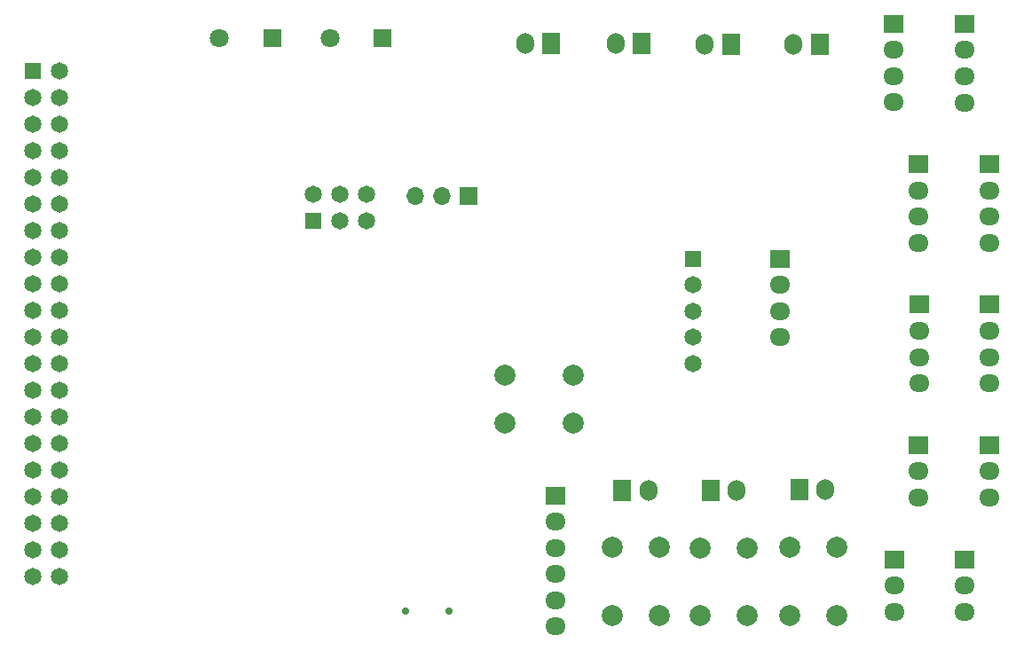
<source format=gbr>
%TF.GenerationSoftware,KiCad,Pcbnew,7.0.7*%
%TF.CreationDate,2023-11-29T12:43:24+01:00*%
%TF.ProjectId,Astroplant_AL,41737472-6f70-46c6-916e-745f414c2e6b,rev?*%
%TF.SameCoordinates,Original*%
%TF.FileFunction,Soldermask,Bot*%
%TF.FilePolarity,Negative*%
%FSLAX46Y46*%
G04 Gerber Fmt 4.6, Leading zero omitted, Abs format (unit mm)*
G04 Created by KiCad (PCBNEW 7.0.7) date 2023-11-29 12:43:24*
%MOMM*%
%LPD*%
G01*
G04 APERTURE LIST*
%ADD10C,2.000000*%
%ADD11R,1.950000X1.700000*%
%ADD12O,1.950000X1.700000*%
%ADD13R,1.700000X2.000000*%
%ADD14O,1.700000X2.000000*%
%ADD15R,1.650000X1.650000*%
%ADD16C,1.650000*%
%ADD17R,1.800000X1.800000*%
%ADD18C,1.800000*%
%ADD19C,0.700000*%
%ADD20R,1.700000X1.700000*%
%ADD21O,1.700000X1.700000*%
G04 APERTURE END LIST*
D10*
%TO.C,SW2*%
X130104000Y-126290000D03*
X130104000Y-119790000D03*
X134604000Y-126290000D03*
X134604000Y-119790000D03*
%TD*%
D11*
%TO.C,J22*%
X150996450Y-83179746D03*
D12*
X150996450Y-85679746D03*
X150996450Y-88179746D03*
X150996450Y-90679746D03*
%TD*%
D11*
%TO.C,J1*%
X116315000Y-114820000D03*
D12*
X116315000Y-117320000D03*
X116315000Y-119820000D03*
X116315000Y-122320000D03*
X116315000Y-124820000D03*
X116315000Y-127320000D03*
%TD*%
D13*
%TO.C,J19*%
X124580500Y-71680500D03*
D14*
X122080500Y-71680500D03*
%TD*%
D11*
%TO.C,J7*%
X150989536Y-110000528D03*
D12*
X150989536Y-112500528D03*
X150989536Y-115000528D03*
%TD*%
D11*
%TO.C,J25*%
X155379724Y-69786663D03*
D12*
X155379724Y-72286663D03*
X155379724Y-74786663D03*
X155379724Y-77286663D03*
%TD*%
D13*
%TO.C,J11*%
X139574000Y-114260000D03*
D14*
X142074000Y-114260000D03*
%TD*%
D11*
%TO.C,J24*%
X157757080Y-83181814D03*
D12*
X157757080Y-85681814D03*
X157757080Y-88181814D03*
X157757080Y-90681814D03*
%TD*%
D15*
%TO.C,J13*%
X129475000Y-92200000D03*
D16*
X129475000Y-94700000D03*
X129475000Y-97200000D03*
X129475000Y-99700000D03*
X129475000Y-102200000D03*
%TD*%
D11*
%TO.C,J26*%
X151001390Y-96585449D03*
D12*
X151001390Y-99085449D03*
X151001390Y-101585449D03*
X151001390Y-104085449D03*
%TD*%
D13*
%TO.C,J8*%
X131104000Y-114300000D03*
D14*
X133604000Y-114300000D03*
%TD*%
D11*
%TO.C,J4*%
X148631294Y-120897123D03*
D12*
X148631294Y-123397123D03*
X148631294Y-125897123D03*
%TD*%
D15*
%TO.C,J14*%
X93180000Y-88630000D03*
D16*
X93180000Y-86090000D03*
X95720000Y-88630000D03*
X95720000Y-86090000D03*
X98260000Y-88630000D03*
X98260000Y-86090000D03*
%TD*%
D13*
%TO.C,J18*%
X115940500Y-71620500D03*
D14*
X113440500Y-71620500D03*
%TD*%
D10*
%TO.C,SW4*%
X118015000Y-107850000D03*
X111515000Y-107850000D03*
X118015000Y-103350000D03*
X111515000Y-103350000D03*
%TD*%
%TO.C,SW1*%
X121734000Y-126230000D03*
X121734000Y-119730000D03*
X126234000Y-126230000D03*
X126234000Y-119730000D03*
%TD*%
D11*
%TO.C,J9*%
X157742884Y-109997179D03*
D12*
X157742884Y-112497179D03*
X157742884Y-114997179D03*
%TD*%
D17*
%TO.C,J21*%
X99830000Y-71160000D03*
D18*
X94830000Y-71160000D03*
%TD*%
D17*
%TO.C,J20*%
X89280891Y-71175529D03*
D18*
X84280891Y-71175529D03*
%TD*%
D11*
%TO.C,J3*%
X155381294Y-120907123D03*
D12*
X155381294Y-123407123D03*
X155381294Y-125907123D03*
%TD*%
D11*
%TO.C,J10*%
X137752705Y-92186646D03*
D12*
X137752705Y-94686646D03*
X137752705Y-97186646D03*
X137752705Y-99686646D03*
%TD*%
D13*
%TO.C,J17*%
X133080500Y-71700500D03*
D14*
X130580500Y-71700500D03*
%TD*%
D13*
%TO.C,J16*%
X141560500Y-71710500D03*
D14*
X139060500Y-71710500D03*
%TD*%
D10*
%TO.C,SW3*%
X138654000Y-126250000D03*
X138654000Y-119750000D03*
X143154000Y-126250000D03*
X143154000Y-119750000D03*
%TD*%
D11*
%TO.C,J27*%
X148627429Y-69783309D03*
D12*
X148627429Y-72283309D03*
X148627429Y-74783309D03*
X148627429Y-77283309D03*
%TD*%
D19*
%TO.C,J6*%
X106210000Y-125876365D03*
X102060000Y-125876365D03*
%TD*%
D15*
%TO.C,J2*%
X66480000Y-74320000D03*
D16*
X69020000Y-74320000D03*
X66480000Y-76860000D03*
X69020000Y-76860000D03*
X66480000Y-79400000D03*
X69020000Y-79400000D03*
X66480000Y-81940000D03*
X69020000Y-81940000D03*
X66480000Y-84480000D03*
X69020000Y-84480000D03*
X66480000Y-87020000D03*
X69020000Y-87020000D03*
X66480000Y-89560000D03*
X69020000Y-89560000D03*
X66480000Y-92100000D03*
X69020000Y-92100000D03*
X66480000Y-94640000D03*
X69020000Y-94640000D03*
X66480000Y-97180000D03*
X69020000Y-97180000D03*
X66480000Y-99720000D03*
X69020000Y-99720000D03*
X66480000Y-102260000D03*
X69020000Y-102260000D03*
X66480000Y-104800000D03*
X69020000Y-104800000D03*
X66480000Y-107340000D03*
X69020000Y-107340000D03*
X66480000Y-109880000D03*
X69020000Y-109880000D03*
X66480000Y-112420000D03*
X69020000Y-112420000D03*
X66480000Y-114960000D03*
X69020000Y-114960000D03*
X66480000Y-117500000D03*
X69020000Y-117500000D03*
X66480000Y-120040000D03*
X69020000Y-120040000D03*
X66480000Y-122580000D03*
X69020000Y-122580000D03*
%TD*%
D11*
%TO.C,J23*%
X157755786Y-96584691D03*
D12*
X157755786Y-99084691D03*
X157755786Y-101584691D03*
X157755786Y-104084691D03*
%TD*%
D13*
%TO.C,J5*%
X122704000Y-114310000D03*
D14*
X125204000Y-114310000D03*
%TD*%
D20*
%TO.C,JP5*%
X108015000Y-86200000D03*
D21*
X105475000Y-86200000D03*
X102935000Y-86200000D03*
%TD*%
M02*

</source>
